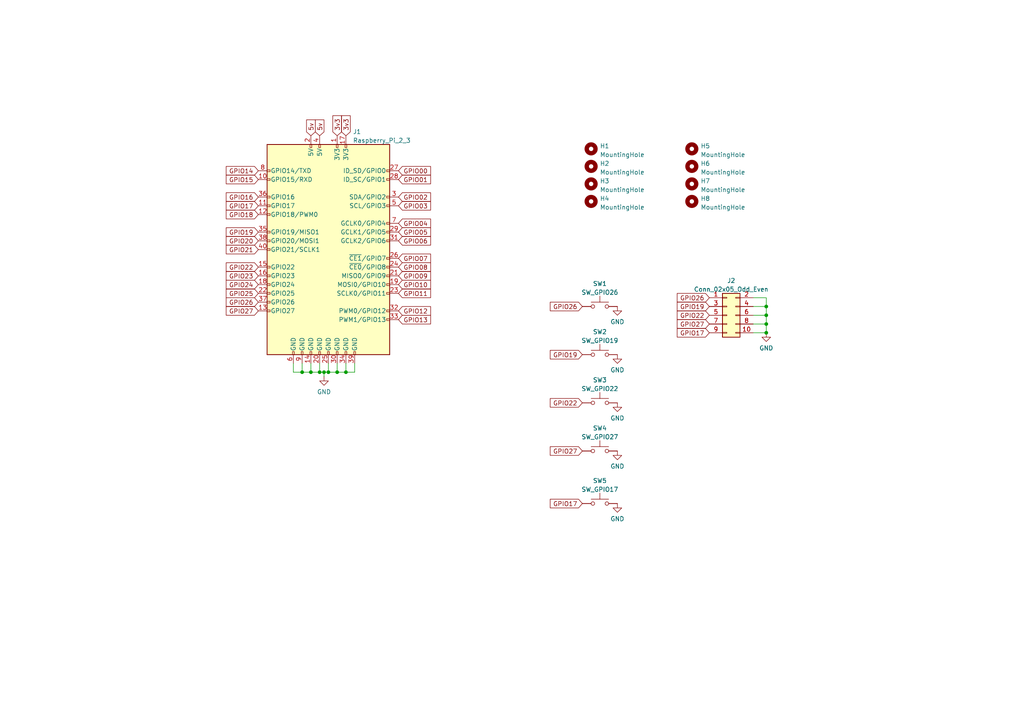
<source format=kicad_sch>
(kicad_sch (version 20211123) (generator eeschema)
  (paper "A4")
  (lib_symbols
    (symbol "Connector:Raspberry_Pi_2_3" (pin_names (offset 1.016))
      (property "Reference" "J" (at -17.78 31.75 0))
      (property "Value" "Raspberry_Pi_2_3" (at 10.16 -31.75 0))
      (symbol "Raspberry_Pi_2_3_0_1"
        (rectangle (start -17.78 30.48) (end 17.78 -30.48) (stroke (width 0.254)) (fill (type background)))
      )
      (symbol "Raspberry_Pi_2_3_1_1"
        (rectangle (start -16.891 -17.526) (end -17.78 -18.034))
        (rectangle (start -16.891 -14.986) (end -17.78 -15.494))
        (rectangle (start -16.891 -12.446) (end -17.78 -12.954))
        (rectangle (start -16.891 -9.906) (end -17.78 -10.414))
        (rectangle (start -16.891 -7.366) (end -17.78 -7.874))
        (rectangle (start -16.891 -4.826) (end -17.78 -5.334))
        (rectangle (start -16.891 0.254) (end -17.78 -0.254))
        (rectangle (start -16.891 2.794) (end -17.78 2.286))
        (rectangle (start -16.891 5.334) (end -17.78 4.826))
        (rectangle (start -16.891 10.414) (end -17.78 9.906))
        (rectangle (start -16.891 12.954) (end -17.78 12.446))
        (rectangle (start -16.891 15.494) (end -17.78 14.986))
        (rectangle (start -16.891 20.574) (end -17.78 20.066))
        (rectangle (start -16.891 23.114) (end -17.78 22.606))
        (rectangle (start -10.414 -29.591) (end -9.906 -30.48))
        (rectangle (start -7.874 -29.591) (end -7.366 -30.48))
        (rectangle (start -5.334 -29.591) (end -4.826 -30.48))
        (rectangle (start -5.334 30.48) (end -4.826 29.591))
        (rectangle (start -2.794 -29.591) (end -2.286 -30.48))
        (rectangle (start -2.794 30.48) (end -2.286 29.591))
        (rectangle (start -0.254 -29.591) (end 0.254 -30.48))
        (rectangle (start 2.286 -29.591) (end 2.794 -30.48))
        (rectangle (start 2.286 30.48) (end 2.794 29.591))
        (rectangle (start 4.826 -29.591) (end 5.334 -30.48))
        (rectangle (start 4.826 30.48) (end 5.334 29.591))
        (rectangle (start 7.366 -29.591) (end 7.874 -30.48))
        (rectangle (start 17.78 -20.066) (end 16.891 -20.574))
        (rectangle (start 17.78 -17.526) (end 16.891 -18.034))
        (rectangle (start 17.78 -12.446) (end 16.891 -12.954))
        (rectangle (start 17.78 -9.906) (end 16.891 -10.414))
        (rectangle (start 17.78 -7.366) (end 16.891 -7.874))
        (rectangle (start 17.78 -4.826) (end 16.891 -5.334))
        (rectangle (start 17.78 -2.286) (end 16.891 -2.794))
        (rectangle (start 17.78 2.794) (end 16.891 2.286))
        (rectangle (start 17.78 5.334) (end 16.891 4.826))
        (rectangle (start 17.78 7.874) (end 16.891 7.366))
        (rectangle (start 17.78 12.954) (end 16.891 12.446))
        (rectangle (start 17.78 15.494) (end 16.891 14.986))
        (rectangle (start 17.78 20.574) (end 16.891 20.066))
        (rectangle (start 17.78 23.114) (end 16.891 22.606))
        (pin power_in line (at 2.54 33.02 270) (length 2.54) (name "3V3") (number "1"))
        (pin bidirectional line (at -20.32 20.32 0) (length 2.54) (name "GPIO15/RXD") (number "10"))
        (pin bidirectional line (at -20.32 12.7 0) (length 2.54) (name "GPIO17") (number "11"))
        (pin bidirectional line (at -20.32 10.16 0) (length 2.54) (name "GPIO18/PWM0") (number "12"))
        (pin bidirectional line (at -20.32 -17.78 0) (length 2.54) (name "GPIO27") (number "13"))
        (pin power_in line (at -5.08 -33.02 90) (length 2.54) (name "GND") (number "14"))
        (pin bidirectional line (at -20.32 -5.08 0) (length 2.54) (name "GPIO22") (number "15"))
        (pin bidirectional line (at -20.32 -7.62 0) (length 2.54) (name "GPIO23") (number "16"))
        (pin power_in line (at 5.08 33.02 270) (length 2.54) (name "3V3") (number "17"))
        (pin bidirectional line (at -20.32 -10.16 0) (length 2.54) (name "GPIO24") (number "18"))
        (pin bidirectional line (at 20.32 -10.16 180) (length 2.54) (name "MOSI0/GPIO10") (number "19"))
        (pin power_in line (at -5.08 33.02 270) (length 2.54) (name "5V") (number "2"))
        (pin power_in line (at -2.54 -33.02 90) (length 2.54) (name "GND") (number "20"))
        (pin bidirectional line (at 20.32 -7.62 180) (length 2.54) (name "MISO0/GPIO9") (number "21"))
        (pin bidirectional line (at -20.32 -12.7 0) (length 2.54) (name "GPIO25") (number "22"))
        (pin bidirectional line (at 20.32 -12.7 180) (length 2.54) (name "SCLK0/GPIO11") (number "23"))
        (pin bidirectional line (at 20.32 -5.08 180) (length 2.54) (name "~{CE0}/GPIO8") (number "24"))
        (pin power_in line (at 0 -33.02 90) (length 2.54) (name "GND") (number "25"))
        (pin bidirectional line (at 20.32 -2.54 180) (length 2.54) (name "~{CE1}/GPIO7") (number "26"))
        (pin bidirectional line (at 20.32 22.86 180) (length 2.54) (name "ID_SD/GPIO0") (number "27"))
        (pin bidirectional line (at 20.32 20.32 180) (length 2.54) (name "ID_SC/GPIO1") (number "28"))
        (pin bidirectional line (at 20.32 5.08 180) (length 2.54) (name "GCLK1/GPIO5") (number "29"))
        (pin bidirectional line (at 20.32 15.24 180) (length 2.54) (name "SDA/GPIO2") (number "3"))
        (pin power_in line (at 2.54 -33.02 90) (length 2.54) (name "GND") (number "30"))
        (pin bidirectional line (at 20.32 2.54 180) (length 2.54) (name "GCLK2/GPIO6") (number "31"))
        (pin bidirectional line (at 20.32 -17.78 180) (length 2.54) (name "PWM0/GPIO12") (number "32"))
        (pin bidirectional line (at 20.32 -20.32 180) (length 2.54) (name "PWM1/GPIO13") (number "33"))
        (pin power_in line (at 5.08 -33.02 90) (length 2.54) (name "GND") (number "34"))
        (pin bidirectional line (at -20.32 5.08 0) (length 2.54) (name "GPIO19/MISO1") (number "35"))
        (pin bidirectional line (at -20.32 15.24 0) (length 2.54) (name "GPIO16") (number "36"))
        (pin bidirectional line (at -20.32 -15.24 0) (length 2.54) (name "GPIO26") (number "37"))
        (pin bidirectional line (at -20.32 2.54 0) (length 2.54) (name "GPIO20/MOSI1") (number "38"))
        (pin power_in line (at 7.62 -33.02 90) (length 2.54) (name "GND") (number "39"))
        (pin power_in line (at -2.54 33.02 270) (length 2.54) (name "5V") (number "4"))
        (pin bidirectional line (at -20.32 0 0) (length 2.54) (name "GPIO21/SCLK1") (number "40"))
        (pin bidirectional line (at 20.32 12.7 180) (length 2.54) (name "SCL/GPIO3") (number "5"))
        (pin power_in line (at -10.16 -33.02 90) (length 2.54) (name "GND") (number "6"))
        (pin bidirectional line (at 20.32 7.62 180) (length 2.54) (name "GCLK0/GPIO4") (number "7"))
        (pin bidirectional line (at -20.32 22.86 0) (length 2.54) (name "GPIO14/TXD") (number "8"))
        (pin power_in line (at -7.62 -33.02 90) (length 2.54) (name "GND") (number "9"))
      )
    )
    (symbol "Connector_Generic:Conn_02x05_Odd_Even" (pin_names (offset 1.016) hide)
      (property "Reference" "J" (at 1.27 7.62 0))
      (property "Value" "Conn_02x05_Odd_Even" (at 1.27 -7.62 0))
      (symbol "Conn_02x05_Odd_Even_1_1"
        (rectangle (start -1.27 -4.953) (end 0 -5.207) (stroke (width 0.1524)))
        (rectangle (start -1.27 -2.413) (end 0 -2.667) (stroke (width 0.1524)))
        (rectangle (start -1.27 0.127) (end 0 -0.127) (stroke (width 0.1524)))
        (rectangle (start -1.27 2.667) (end 0 2.413) (stroke (width 0.1524)))
        (rectangle (start -1.27 5.207) (end 0 4.953) (stroke (width 0.1524)))
        (rectangle (start -1.27 6.35) (end 3.81 -6.35) (stroke (width 0.254)) (fill (type background)))
        (rectangle (start 3.81 -4.953) (end 2.54 -5.207) (stroke (width 0.1524)))
        (rectangle (start 3.81 -2.413) (end 2.54 -2.667) (stroke (width 0.1524)))
        (rectangle (start 3.81 0.127) (end 2.54 -0.127) (stroke (width 0.1524)))
        (rectangle (start 3.81 2.667) (end 2.54 2.413) (stroke (width 0.1524)))
        (rectangle (start 3.81 5.207) (end 2.54 4.953) (stroke (width 0.1524)))
        (pin passive line (at -5.08 5.08 0) (length 3.81) (name "Pin_1") (number "1"))
        (pin passive line (at 7.62 -5.08 180) (length 3.81) (name "Pin_10") (number "10"))
        (pin passive line (at 7.62 5.08 180) (length 3.81) (name "Pin_2") (number "2"))
        (pin passive line (at -5.08 2.54 0) (length 3.81) (name "Pin_3") (number "3"))
        (pin passive line (at 7.62 2.54 180) (length 3.81) (name "Pin_4") (number "4"))
        (pin passive line (at -5.08 0 0) (length 3.81) (name "Pin_5") (number "5"))
        (pin passive line (at 7.62 0 180) (length 3.81) (name "Pin_6") (number "6"))
        (pin passive line (at -5.08 -2.54 0) (length 3.81) (name "Pin_7") (number "7"))
        (pin passive line (at 7.62 -2.54 180) (length 3.81) (name "Pin_8") (number "8"))
        (pin passive line (at -5.08 -5.08 0) (length 3.81) (name "Pin_9") (number "9"))
      )
    )
    (symbol "Mechanical:MountingHole" (pin_names (offset 1.016))
      (property "Reference" "H" (at 0 5.08 0))
      (property "Value" "MountingHole" (at 0 3.175 0))
      (symbol "MountingHole_0_1"
        (circle (center 0 0) (radius 1.27) (stroke (width 1.27)))
      )
    )
    (symbol "Switch:SW_Push" (pin_numbers hide) (pin_names (offset 1.016) hide)
      (property "Reference" "SW" (at 1.27 2.54 0))
      (property "Value" "SW_Push" (at 0 -1.524 0))
      (symbol "SW_Push_0_1"
        (circle (center -2.032 0) (radius 0.508))
        (polyline (pts (xy 0 1.27) (xy 0 3.048)))
        (polyline (pts (xy 2.54 1.27) (xy -2.54 1.27)))
        (circle (center 2.032 0) (radius 0.508))
        (pin passive line (at -5.08 0 0) (length 2.54) (name "1") (number "1"))
        (pin passive line (at 5.08 0 180) (length 2.54) (name "2") (number "2"))
      )
    )
    (symbol "power:GND" (power) (pin_names (offset 0))
      (property "Value" "GND" (at 0 -3.81 0))
      (symbol "GND_0_1"
        (polyline (pts (xy 0 0) (xy 0 -1.27) (xy 1.27 -1.27) (xy 0 -2.54) (xy -1.27 -1.27) (xy 0 -1.27)))
      )
      (symbol "GND_1_1"
        (pin power_in line (at 0 0 270) (length 0) hide (name "GND") (number "1"))
      )
    )
  )
  (junction (at 87.63 107.95))
  (junction (at 93.98 107.95))
  (junction (at 92.71 107.95))
  (junction (at 97.79 107.95))
  (junction (at 222.25 91.44))
  (junction (at 100.33 107.95))
  (junction (at 90.17 107.95))
  (junction (at 222.25 88.9))
  (junction (at 95.25 107.95))
  (junction (at 222.25 93.98))
  (junction (at 222.25 96.52))
  (wire (pts (xy 85.09 105.41) (xy 85.09 107.95)))
  (wire (pts (xy 218.44 86.36) (xy 222.25 86.36)))
  (wire (pts (xy 97.79 105.41) (xy 97.79 107.95)))
  (wire (pts (xy 102.87 105.41) (xy 102.87 107.95)))
  (wire (pts (xy 218.44 96.52) (xy 222.25 96.52)))
  (wire (pts (xy 95.25 105.41) (xy 95.25 107.95)))
  (wire (pts (xy 100.33 107.95) (xy 102.87 107.95)))
  (wire (pts (xy 90.17 105.41) (xy 90.17 107.95)))
  (wire (pts (xy 93.98 107.95) (xy 95.25 107.95)))
  (wire (pts (xy 95.25 107.95) (xy 97.79 107.95)))
  (wire (pts (xy 222.25 91.44) (xy 222.25 93.98)))
  (wire (pts (xy 222.25 86.36) (xy 222.25 88.9)))
  (wire (pts (xy 222.25 88.9) (xy 222.25 91.44)))
  (wire (pts (xy 93.98 107.95) (xy 93.98 109.22)))
  (wire (pts (xy 218.44 88.9) (xy 222.25 88.9)))
  (wire (pts (xy 90.17 107.95) (xy 92.71 107.95)))
  (wire (pts (xy 97.79 107.95) (xy 100.33 107.95)))
  (wire (pts (xy 100.33 105.41) (xy 100.33 107.95)))
  (wire (pts (xy 85.09 107.95) (xy 87.63 107.95)))
  (wire (pts (xy 218.44 93.98) (xy 222.25 93.98)))
  (wire (pts (xy 87.63 105.41) (xy 87.63 107.95)))
  (wire (pts (xy 92.71 107.95) (xy 93.98 107.95)))
  (wire (pts (xy 218.44 91.44) (xy 222.25 91.44)))
  (wire (pts (xy 222.25 93.98) (xy 222.25 96.52)))
  (wire (pts (xy 92.71 105.41) (xy 92.71 107.95)))
  (wire (pts (xy 87.63 107.95) (xy 90.17 107.95)))
  (global_label "GPIO14" (shape input) (at 74.93 49.53 180) (property "Referenzen zwischen Schaltplänen" "${INTERSHEET_REFS}" (effects hide)))
  (global_label "GPIO19" (shape input) (at 74.93 67.31 180) (property "Referenzen zwischen Schaltplänen" "${INTERSHEET_REFS}" (effects hide)))
  (global_label "GPIO22" (shape input) (at 205.74 91.44 180) (property "Referenzen zwischen Schaltplänen" "${INTERSHEET_REFS}" (effects hide)))
  (global_label "GPIO26" (shape input) (at 205.74 86.36 180) (property "Referenzen zwischen Schaltplänen" "${INTERSHEET_REFS}" (effects hide)))
  (global_label "GPIO11" (shape input) (at 115.57 85.09 0) (property "Referenzen zwischen Schaltplänen" "${INTERSHEET_REFS}" (effects hide)))
  (global_label "GPIO08" (shape input) (at 115.57 77.47 0) (property "Referenzen zwischen Schaltplänen" "${INTERSHEET_REFS}" (effects hide)))
  (global_label "GPIO03" (shape input) (at 115.57 59.69 0) (property "Referenzen zwischen Schaltplänen" "${INTERSHEET_REFS}" (effects hide)))
  (global_label "GPIO27" (shape input) (at 74.93 90.17 180) (property "Referenzen zwischen Schaltplänen" "${INTERSHEET_REFS}" (effects hide)))
  (global_label "GPIO17" (shape input) (at 205.74 96.52 180) (property "Referenzen zwischen Schaltplänen" "${INTERSHEET_REFS}" (effects hide)))
  (global_label "3v3" (shape input) (at 97.79 39.37 90) (property "Referenzen zwischen Schaltplänen" "${INTERSHEET_REFS}" (effects hide)))
  (global_label "GPIO15" (shape input) (at 74.93 52.07 180) (property "Referenzen zwischen Schaltplänen" "${INTERSHEET_REFS}" (effects hide)))
  (global_label "GPIO16" (shape input) (at 74.93 57.15 180) (property "Referenzen zwischen Schaltplänen" "${INTERSHEET_REFS}" (effects hide)))
  (global_label "GPIO25" (shape input) (at 74.93 85.09 180) (property "Referenzen zwischen Schaltplänen" "${INTERSHEET_REFS}" (effects hide)))
  (global_label "GPIO13" (shape input) (at 115.57 92.71 0) (property "Referenzen zwischen Schaltplänen" "${INTERSHEET_REFS}" (effects hide)))
  (global_label "GPIO02" (shape input) (at 115.57 57.15 0) (property "Referenzen zwischen Schaltplänen" "${INTERSHEET_REFS}" (effects hide)))
  (global_label "GPIO17" (shape input) (at 168.91 146.05 180) (property "Referenzen zwischen Schaltplänen" "${INTERSHEET_REFS}" (effects hide)))
  (global_label "5v" (shape input) (at 90.17 39.37 90) (property "Referenzen zwischen Schaltplänen" "${INTERSHEET_REFS}" (effects hide)))
  (global_label "GPIO20" (shape input) (at 74.93 69.85 180) (property "Referenzen zwischen Schaltplänen" "${INTERSHEET_REFS}" (effects hide)))
  (global_label "5v" (shape input) (at 92.71 39.37 90) (property "Referenzen zwischen Schaltplänen" "${INTERSHEET_REFS}" (effects hide)))
  (global_label "GPIO18" (shape input) (at 74.93 62.23 180) (property "Referenzen zwischen Schaltplänen" "${INTERSHEET_REFS}" (effects hide)))
  (global_label "GPIO27" (shape input) (at 168.91 130.81 180) (property "Referenzen zwischen Schaltplänen" "${INTERSHEET_REFS}" (effects hide)))
  (global_label "GPIO06" (shape input) (at 115.57 69.85 0) (property "Referenzen zwischen Schaltplänen" "${INTERSHEET_REFS}" (effects hide)))
  (global_label "GPIO22" (shape input) (at 74.93 77.47 180) (property "Referenzen zwischen Schaltplänen" "${INTERSHEET_REFS}" (effects hide)))
  (global_label "GPIO24" (shape input) (at 74.93 82.55 180) (property "Referenzen zwischen Schaltplänen" "${INTERSHEET_REFS}" (effects hide)))
  (global_label "GPIO07" (shape input) (at 115.57 74.93 0) (property "Referenzen zwischen Schaltplänen" "${INTERSHEET_REFS}" (effects hide)))
  (global_label "GPIO26" (shape input) (at 74.93 87.63 180) (property "Referenzen zwischen Schaltplänen" "${INTERSHEET_REFS}" (effects hide)))
  (global_label "GPIO22" (shape input) (at 168.91 116.84 180) (property "Referenzen zwischen Schaltplänen" "${INTERSHEET_REFS}" (effects hide)))
  (global_label "GPIO04" (shape input) (at 115.57 64.77 0) (property "Referenzen zwischen Schaltplänen" "${INTERSHEET_REFS}" (effects hide)))
  (global_label "GPIO19" (shape input) (at 205.74 88.9 180) (property "Referenzen zwischen Schaltplänen" "${INTERSHEET_REFS}" (effects hide)))
  (global_label "GPIO00" (shape input) (at 115.57 49.53 0) (property "Referenzen zwischen Schaltplänen" "${INTERSHEET_REFS}" (effects hide)))
  (global_label "GPIO12" (shape input) (at 115.57 90.17 0) (property "Referenzen zwischen Schaltplänen" "${INTERSHEET_REFS}" (effects hide)))
  (global_label "GPIO21" (shape input) (at 74.93 72.39 180) (property "Referenzen zwischen Schaltplänen" "${INTERSHEET_REFS}" (effects hide)))
  (global_label "GPIO10" (shape input) (at 115.57 82.55 0) (property "Referenzen zwischen Schaltplänen" "${INTERSHEET_REFS}" (effects hide)))
  (global_label "3v3" (shape input) (at 100.33 39.37 90) (property "Referenzen zwischen Schaltplänen" "${INTERSHEET_REFS}" (effects hide)))
  (global_label "GPIO01" (shape input) (at 115.57 52.07 0) (property "Referenzen zwischen Schaltplänen" "${INTERSHEET_REFS}" (effects hide)))
  (global_label "GPIO23" (shape input) (at 74.93 80.01 180) (property "Referenzen zwischen Schaltplänen" "${INTERSHEET_REFS}" (effects hide)))
  (global_label "GPIO27" (shape input) (at 205.74 93.98 180) (property "Referenzen zwischen Schaltplänen" "${INTERSHEET_REFS}" (effects hide)))
  (global_label "GPIO19" (shape input) (at 168.91 102.87 180) (property "Referenzen zwischen Schaltplänen" "${INTERSHEET_REFS}" (effects hide)))
  (global_label "GPIO17" (shape input) (at 74.93 59.69 180) (property "Referenzen zwischen Schaltplänen" "${INTERSHEET_REFS}" (effects hide)))
  (global_label "GPIO09" (shape input) (at 115.57 80.01 0) (property "Referenzen zwischen Schaltplänen" "${INTERSHEET_REFS}" (effects hide)))
  (global_label "GPIO26" (shape input) (at 168.91 88.9 180) (property "Referenzen zwischen Schaltplänen" "${INTERSHEET_REFS}" (effects hide)))
  (global_label "GPIO05" (shape input) (at 115.57 67.31 0) (property "Referenzen zwischen Schaltplänen" "${INTERSHEET_REFS}" (effects hide)))
  (symbol (lib_id "Connector:Raspberry_Pi_2_3") (at 95.25 72.39 0) (unit 1)
    (property "Reference" "J1" (at 102.3494 38.2102 0) (effects (justify left)))
    (property "Value" "Raspberry_Pi_2_3" (at 102.3494 40.7471 0) (effects (justify left)))
    (property "Footprint" "Connector_PinSocket_2.54mm:PinSocket_2x20_P2.54mm_Vertical" (effects hide))
    (property "Datasheet" "https://www.raspberrypi.org/documentation/hardware/raspberrypi/schematics/rpi_SCH_3bplus_1p0_reduced.pdf" (effects hide))
  )
  (symbol (lib_id "power:GND") (at 179.07 116.84 0) (unit 1)
    (property "Reference" "#PWR0104" (effects hide))
    (property "Value" "GND" (at 179.07 121.2834 0))
  )
  (symbol (lib_id "Switch:SW_Push") (at 173.99 130.81 0) (unit 1)
    (property "Reference" "SW4" (at 173.99 124.1892 0))
    (property "Value" "SW_GPIO27" (at 173.99 126.7261 0))
    (property "Footprint" "Button_Switch_THT:SW_PUSH_6mm_H5mm" (effects hide))
  )
  (symbol (lib_id "Switch:SW_Push") (at 173.99 102.87 0) (unit 1)
    (property "Reference" "SW2" (at 173.99 96.2492 0))
    (property "Value" "SW_GPIO19" (at 173.99 98.7861 0))
    (property "Footprint" "Button_Switch_THT:SW_PUSH_6mm_H5mm" (effects hide))
  )
  (symbol (lib_id "power:GND") (at 222.25 96.52 0) (unit 1)
    (property "Reference" "#PWR0107" (effects hide))
    (property "Value" "GND" (at 222.25 100.9634 0))
  )
  (symbol (lib_id "power:GND") (at 179.07 146.05 0) (unit 1)
    (property "Reference" "#PWR0106" (effects hide))
    (property "Value" "GND" (at 179.07 150.4934 0))
  )
  (symbol (lib_id "Switch:SW_Push") (at 173.99 88.9 0) (unit 1)
    (property "Reference" "SW1" (at 173.99 82.2792 0))
    (property "Value" "SW_GPIO26" (at 173.99 84.8161 0))
    (property "Footprint" "Button_Switch_THT:SW_PUSH_6mm_H5mm" (effects hide))
  )
  (symbol (lib_id "Mechanical:MountingHole") (at 171.45 58.42 0) (unit 1)
    (property "Reference" "H4" (at 173.99 57.5853 0) (effects (justify left)))
    (property "Value" "MountingHole" (at 173.99 60.1222 0) (effects (justify left)))
    (property "Footprint" "MountingHole:MountingHole_2.7mm_M2.5_Pad_Via" (effects hide))
  )
  (symbol (lib_id "Mechanical:MountingHole") (at 171.45 53.34 0) (unit 1)
    (property "Reference" "H3" (at 173.99 52.5053 0) (effects (justify left)))
    (property "Value" "MountingHole" (at 173.99 55.0422 0) (effects (justify left)))
    (property "Footprint" "MountingHole:MountingHole_2.7mm_M2.5_Pad_Via" (effects hide))
  )
  (symbol (lib_id "Mechanical:MountingHole") (at 200.66 43.18 0) (unit 1)
    (property "Reference" "H5" (at 203.2 42.3453 0) (effects (justify left)))
    (property "Value" "MountingHole" (at 203.2 44.8822 0) (effects (justify left)))
    (property "Footprint" "MountingHole:MountingHole_2.7mm" (effects hide))
  )
  (symbol (lib_id "Mechanical:MountingHole") (at 171.45 48.26 0) (unit 1)
    (property "Reference" "H2" (at 173.99 47.4253 0) (effects (justify left)))
    (property "Value" "MountingHole" (at 173.99 49.9622 0) (effects (justify left)))
    (property "Footprint" "MountingHole:MountingHole_2.7mm_M2.5_Pad_Via" (effects hide))
  )
  (symbol (lib_id "Connector_Generic:Conn_02x05_Odd_Even") (at 210.82 91.44 0) (unit 1)
    (property "Reference" "J2" (at 212.09 81.3902 0))
    (property "Value" "Conn_02x05_Odd_Even" (at 212.09 83.9271 0))
    (property "Footprint" "Connector_PinHeader_2.54mm:PinHeader_2x05_P2.54mm_Vertical" (effects hide))
  )
  (symbol (lib_id "power:GND") (at 179.07 130.81 0) (unit 1)
    (property "Reference" "#PWR0105" (effects hide))
    (property "Value" "GND" (at 179.07 135.2534 0))
  )
  (symbol (lib_id "Mechanical:MountingHole") (at 200.66 58.42 0) (unit 1)
    (property "Reference" "H8" (at 203.2 57.5853 0) (effects (justify left)))
    (property "Value" "MountingHole" (at 203.2 60.1222 0) (effects (justify left)))
    (property "Footprint" "MountingHole:MountingHole_2.7mm" (effects hide))
  )
  (symbol (lib_id "Mechanical:MountingHole") (at 200.66 48.26 0) (unit 1)
    (property "Reference" "H6" (at 203.2 47.4253 0) (effects (justify left)))
    (property "Value" "MountingHole" (at 203.2 49.9622 0) (effects (justify left)))
    (property "Footprint" "MountingHole:MountingHole_2.7mm" (effects hide))
  )
  (symbol (lib_id "power:GND") (at 179.07 88.9 0) (unit 1)
    (property "Reference" "#PWR0102" (effects hide))
    (property "Value" "GND" (at 179.07 93.3434 0))
  )
  (symbol (lib_id "Switch:SW_Push") (at 173.99 146.05 0) (unit 1)
    (property "Reference" "SW5" (at 173.99 139.4292 0))
    (property "Value" "SW_GPIO17" (at 173.99 141.9661 0))
    (property "Footprint" "Button_Switch_THT:SW_PUSH_6mm_H5mm" (effects hide))
  )
  (symbol (lib_id "power:GND") (at 179.07 102.87 0) (unit 1)
    (property "Reference" "#PWR0103" (effects hide))
    (property "Value" "GND" (at 179.07 107.3134 0))
  )
  (symbol (lib_id "Mechanical:MountingHole") (at 171.45 43.18 0) (unit 1)
    (property "Reference" "H1" (at 173.99 42.3453 0) (effects (justify left)))
    (property "Value" "MountingHole" (at 173.99 44.8822 0) (effects (justify left)))
    (property "Footprint" "MountingHole:MountingHole_2.7mm_M2.5_Pad_Via" (effects hide))
  )
  (symbol (lib_id "Switch:SW_Push") (at 173.99 116.84 0) (unit 1)
    (property "Reference" "SW3" (at 173.99 110.2192 0))
    (property "Value" "SW_GPIO22" (at 173.99 112.7561 0))
    (property "Footprint" "Button_Switch_THT:SW_PUSH_6mm_H5mm" (effects hide))
  )
  (symbol (lib_id "Mechanical:MountingHole") (at 200.66 53.34 0) (unit 1)
    (property "Reference" "H7" (at 203.2 52.5053 0) (effects (justify left)))
    (property "Value" "MountingHole" (at 203.2 55.0422 0) (effects (justify left)))
    (property "Footprint" "MountingHole:MountingHole_2.7mm" (effects hide))
  )
  (symbol (lib_id "power:GND") (at 93.98 109.22 0) (unit 1)
    (property "Reference" "#PWR0101" (effects hide))
    (property "Value" "GND" (at 93.98 113.6634 0))
  )
)
</source>
